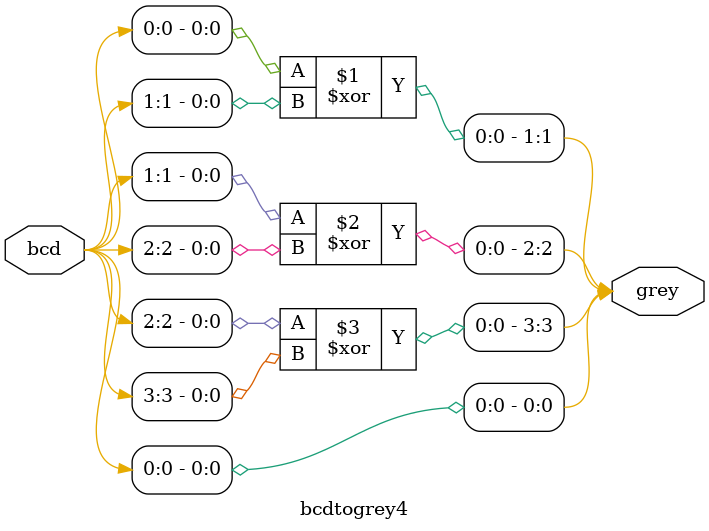
<source format=v>
module bcdtogrey4(
    output [3:0] grey,
    input [3:0] bcd
    
);
    assign grey[0] = bcd[0];
    xor x1(grey[1], bcd[0], bcd[1]);
    xor x2(grey[2], bcd[1], bcd[2]);
    xor x3(grey[3], bcd[2], bcd[3]);

endmodule
</source>
